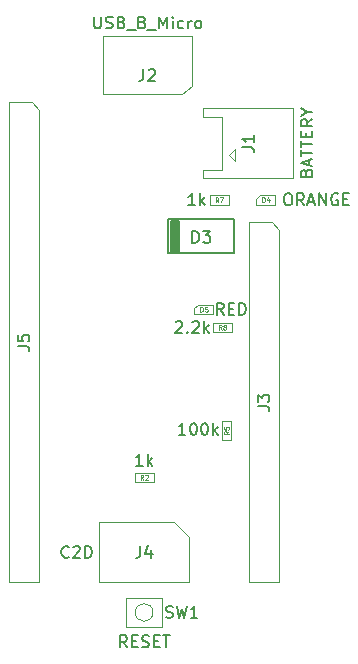
<source format=gbr>
G04 #@! TF.GenerationSoftware,KiCad,Pcbnew,5.0.2+dfsg1-1*
G04 #@! TF.CreationDate,2019-04-15T18:08:30-07:00*
G04 #@! TF.ProjectId,feather51,66656174-6865-4723-9531-2e6b69636164,A*
G04 #@! TF.SameCoordinates,Original*
G04 #@! TF.FileFunction,Other,Fab,Top*
%FSLAX46Y46*%
G04 Gerber Fmt 4.6, Leading zero omitted, Abs format (unit mm)*
G04 Created by KiCad (PCBNEW 5.0.2+dfsg1-1) date Mon 15 Apr 2019 06:08:30 PM PDT*
%MOMM*%
%LPD*%
G01*
G04 APERTURE LIST*
%ADD10C,0.150000*%
%ADD11C,0.100000*%
%ADD12C,0.120000*%
%ADD13C,0.060000*%
G04 APERTURE END LIST*
D10*
G04 #@! TO.C,D3*
G36*
X136906000Y-59563000D02*
X137541000Y-59563000D01*
X137541000Y-62103000D01*
X136906000Y-62103000D01*
X136906000Y-59563000D01*
G37*
X136906000Y-59563000D02*
X137541000Y-59563000D01*
X137541000Y-62103000D01*
X136906000Y-62103000D01*
X136906000Y-59563000D01*
X136646000Y-62308000D02*
X136646000Y-59358000D01*
X142246000Y-62308000D02*
X136646000Y-62308000D01*
X142246000Y-59358000D02*
X142246000Y-62308000D01*
X136646000Y-59358000D02*
X142246000Y-59358000D01*
D11*
G04 #@! TO.C,J1*
X141220000Y-55225000D02*
X139620000Y-55225000D01*
X139620000Y-55225000D02*
X139620000Y-55925000D01*
X139620000Y-55925000D02*
X147220000Y-55925000D01*
X147220000Y-55925000D02*
X147220000Y-50025000D01*
X147220000Y-50025000D02*
X139620000Y-50025000D01*
X139620000Y-50025000D02*
X139620000Y-50725000D01*
X139620000Y-50725000D02*
X141220000Y-50725000D01*
X141220000Y-50725000D02*
X141220000Y-55225000D01*
X141845000Y-53975000D02*
X142345000Y-54475000D01*
X142345000Y-54475000D02*
X142345000Y-53475000D01*
X142345000Y-53475000D02*
X141845000Y-53975000D01*
G04 #@! TO.C,D4*
X145732500Y-57385000D02*
X144432500Y-57385000D01*
X144432500Y-57385000D02*
X144132500Y-57685000D01*
X144132500Y-57685000D02*
X144132500Y-58185000D01*
X144132500Y-58185000D02*
X145732500Y-58185000D01*
X145732500Y-58185000D02*
X145732500Y-57385000D01*
G04 #@! TO.C,D5*
X140474500Y-67456000D02*
X140474500Y-66656000D01*
X138874500Y-67456000D02*
X140474500Y-67456000D01*
X138874500Y-66956000D02*
X138874500Y-67456000D01*
X139174500Y-66656000D02*
X138874500Y-66956000D01*
X140474500Y-66656000D02*
X139174500Y-66656000D01*
D12*
G04 #@! TO.C,J2*
X138649000Y-48109000D02*
X137849000Y-48859000D01*
X131149000Y-43909000D02*
X138649000Y-43909000D01*
X131149000Y-48859000D02*
X131149000Y-43909000D01*
X137849000Y-48859000D02*
X131149000Y-48859000D01*
X138649000Y-43909000D02*
X138649000Y-48109000D01*
D11*
G04 #@! TO.C,J3*
X143510000Y-90170000D02*
X143510000Y-59690000D01*
X146050000Y-90170000D02*
X143510000Y-90170000D01*
X146050000Y-60325000D02*
X146050000Y-90170000D01*
X145415000Y-59690000D02*
X146050000Y-60325000D01*
X143510000Y-59690000D02*
X145415000Y-59690000D01*
G04 #@! TO.C,J4*
X137160000Y-85090000D02*
X138430000Y-86360000D01*
X130810000Y-85090000D02*
X137160000Y-85090000D01*
X130810000Y-90170000D02*
X130810000Y-85090000D01*
X138430000Y-90170000D02*
X130810000Y-90170000D01*
X138430000Y-86360000D02*
X138430000Y-90170000D01*
G04 #@! TO.C,J5*
X123190000Y-90170000D02*
X123190000Y-49530000D01*
X125730000Y-90170000D02*
X123190000Y-90170000D01*
X125730000Y-50165000D02*
X125730000Y-90170000D01*
X125095000Y-49530000D02*
X125730000Y-50165000D01*
X123190000Y-49530000D02*
X125095000Y-49530000D01*
G04 #@! TO.C,R2*
X133820000Y-80880000D02*
X135420000Y-80880000D01*
X133820000Y-81680000D02*
X133820000Y-80880000D01*
X135420000Y-81680000D02*
X133820000Y-81680000D01*
X135420000Y-80880000D02*
X135420000Y-81680000D01*
G04 #@! TO.C,R5*
X141205000Y-78117500D02*
X141205000Y-76517500D01*
X142005000Y-78117500D02*
X141205000Y-78117500D01*
X142005000Y-76517500D02*
X142005000Y-78117500D01*
X141205000Y-76517500D02*
X142005000Y-76517500D01*
G04 #@! TO.C,R7*
X141770000Y-57385000D02*
X141770000Y-58185000D01*
X141770000Y-58185000D02*
X140170000Y-58185000D01*
X140170000Y-58185000D02*
X140170000Y-57385000D01*
X140170000Y-57385000D02*
X141770000Y-57385000D01*
G04 #@! TO.C,R8*
X140449500Y-68180000D02*
X142049500Y-68180000D01*
X140449500Y-68980000D02*
X140449500Y-68180000D01*
X142049500Y-68980000D02*
X140449500Y-68980000D01*
X142049500Y-68180000D02*
X142049500Y-68980000D01*
G04 #@! TO.C,SW1*
X133120000Y-91460000D02*
X136120000Y-91460000D01*
X136120000Y-91460000D02*
X136120000Y-93960000D01*
X136120000Y-93960000D02*
X133120000Y-93960000D01*
X133120000Y-93960000D02*
X133120000Y-91460000D01*
X135370000Y-92710000D02*
G75*
G03X135370000Y-92710000I-750000J0D01*
G01*
G04 #@! TD*
G04 #@! TO.C,D3*
D10*
X138707904Y-61412380D02*
X138707904Y-60412380D01*
X138946000Y-60412380D01*
X139088857Y-60460000D01*
X139184095Y-60555238D01*
X139231714Y-60650476D01*
X139279333Y-60840952D01*
X139279333Y-60983809D01*
X139231714Y-61174285D01*
X139184095Y-61269523D01*
X139088857Y-61364761D01*
X138946000Y-61412380D01*
X138707904Y-61412380D01*
X139612666Y-60412380D02*
X140231714Y-60412380D01*
X139898380Y-60793333D01*
X140041238Y-60793333D01*
X140136476Y-60840952D01*
X140184095Y-60888571D01*
X140231714Y-60983809D01*
X140231714Y-61221904D01*
X140184095Y-61317142D01*
X140136476Y-61364761D01*
X140041238Y-61412380D01*
X139755523Y-61412380D01*
X139660285Y-61364761D01*
X139612666Y-61317142D01*
G04 #@! TO.C,J1*
X148348571Y-55475000D02*
X148396190Y-55332142D01*
X148443809Y-55284523D01*
X148539047Y-55236904D01*
X148681904Y-55236904D01*
X148777142Y-55284523D01*
X148824761Y-55332142D01*
X148872380Y-55427380D01*
X148872380Y-55808333D01*
X147872380Y-55808333D01*
X147872380Y-55475000D01*
X147920000Y-55379761D01*
X147967619Y-55332142D01*
X148062857Y-55284523D01*
X148158095Y-55284523D01*
X148253333Y-55332142D01*
X148300952Y-55379761D01*
X148348571Y-55475000D01*
X148348571Y-55808333D01*
X148586666Y-54855952D02*
X148586666Y-54379761D01*
X148872380Y-54951190D02*
X147872380Y-54617857D01*
X148872380Y-54284523D01*
X147872380Y-54094047D02*
X147872380Y-53522619D01*
X148872380Y-53808333D02*
X147872380Y-53808333D01*
X147872380Y-53332142D02*
X147872380Y-52760714D01*
X148872380Y-53046428D02*
X147872380Y-53046428D01*
X148348571Y-52427380D02*
X148348571Y-52094047D01*
X148872380Y-51951190D02*
X148872380Y-52427380D01*
X147872380Y-52427380D01*
X147872380Y-51951190D01*
X148872380Y-50951190D02*
X148396190Y-51284523D01*
X148872380Y-51522619D02*
X147872380Y-51522619D01*
X147872380Y-51141666D01*
X147920000Y-51046428D01*
X147967619Y-50998809D01*
X148062857Y-50951190D01*
X148205714Y-50951190D01*
X148300952Y-50998809D01*
X148348571Y-51046428D01*
X148396190Y-51141666D01*
X148396190Y-51522619D01*
X148396190Y-50332142D02*
X148872380Y-50332142D01*
X147872380Y-50665476D02*
X148396190Y-50332142D01*
X147872380Y-49998809D01*
X142922380Y-53308333D02*
X143636666Y-53308333D01*
X143779523Y-53355952D01*
X143874761Y-53451190D01*
X143922380Y-53594047D01*
X143922380Y-53689285D01*
X143922380Y-52308333D02*
X143922380Y-52879761D01*
X143922380Y-52594047D02*
X142922380Y-52594047D01*
X143065238Y-52689285D01*
X143160476Y-52784523D01*
X143208095Y-52879761D01*
G04 #@! TO.C,D4*
X146725000Y-57237380D02*
X146915476Y-57237380D01*
X147010714Y-57285000D01*
X147105952Y-57380238D01*
X147153571Y-57570714D01*
X147153571Y-57904047D01*
X147105952Y-58094523D01*
X147010714Y-58189761D01*
X146915476Y-58237380D01*
X146725000Y-58237380D01*
X146629761Y-58189761D01*
X146534523Y-58094523D01*
X146486904Y-57904047D01*
X146486904Y-57570714D01*
X146534523Y-57380238D01*
X146629761Y-57285000D01*
X146725000Y-57237380D01*
X148153571Y-58237380D02*
X147820238Y-57761190D01*
X147582142Y-58237380D02*
X147582142Y-57237380D01*
X147963095Y-57237380D01*
X148058333Y-57285000D01*
X148105952Y-57332619D01*
X148153571Y-57427857D01*
X148153571Y-57570714D01*
X148105952Y-57665952D01*
X148058333Y-57713571D01*
X147963095Y-57761190D01*
X147582142Y-57761190D01*
X148534523Y-57951666D02*
X149010714Y-57951666D01*
X148439285Y-58237380D02*
X148772619Y-57237380D01*
X149105952Y-58237380D01*
X149439285Y-58237380D02*
X149439285Y-57237380D01*
X150010714Y-58237380D01*
X150010714Y-57237380D01*
X151010714Y-57285000D02*
X150915476Y-57237380D01*
X150772619Y-57237380D01*
X150629761Y-57285000D01*
X150534523Y-57380238D01*
X150486904Y-57475476D01*
X150439285Y-57665952D01*
X150439285Y-57808809D01*
X150486904Y-57999285D01*
X150534523Y-58094523D01*
X150629761Y-58189761D01*
X150772619Y-58237380D01*
X150867857Y-58237380D01*
X151010714Y-58189761D01*
X151058333Y-58142142D01*
X151058333Y-57808809D01*
X150867857Y-57808809D01*
X151486904Y-57713571D02*
X151820238Y-57713571D01*
X151963095Y-58237380D02*
X151486904Y-58237380D01*
X151486904Y-57237380D01*
X151963095Y-57237380D01*
D13*
X144637261Y-57965952D02*
X144637261Y-57565952D01*
X144732500Y-57565952D01*
X144789642Y-57585000D01*
X144827738Y-57623095D01*
X144846785Y-57661190D01*
X144865833Y-57737380D01*
X144865833Y-57794523D01*
X144846785Y-57870714D01*
X144827738Y-57908809D01*
X144789642Y-57946904D01*
X144732500Y-57965952D01*
X144637261Y-57965952D01*
X145208690Y-57699285D02*
X145208690Y-57965952D01*
X145113452Y-57546904D02*
X145018214Y-57832619D01*
X145265833Y-57832619D01*
G04 #@! TO.C,D5*
D10*
X141343142Y-67508380D02*
X141009809Y-67032190D01*
X140771714Y-67508380D02*
X140771714Y-66508380D01*
X141152666Y-66508380D01*
X141247904Y-66556000D01*
X141295523Y-66603619D01*
X141343142Y-66698857D01*
X141343142Y-66841714D01*
X141295523Y-66936952D01*
X141247904Y-66984571D01*
X141152666Y-67032190D01*
X140771714Y-67032190D01*
X141771714Y-66984571D02*
X142105047Y-66984571D01*
X142247904Y-67508380D02*
X141771714Y-67508380D01*
X141771714Y-66508380D01*
X142247904Y-66508380D01*
X142676476Y-67508380D02*
X142676476Y-66508380D01*
X142914571Y-66508380D01*
X143057428Y-66556000D01*
X143152666Y-66651238D01*
X143200285Y-66746476D01*
X143247904Y-66936952D01*
X143247904Y-67079809D01*
X143200285Y-67270285D01*
X143152666Y-67365523D01*
X143057428Y-67460761D01*
X142914571Y-67508380D01*
X142676476Y-67508380D01*
D13*
X139379261Y-67236952D02*
X139379261Y-66836952D01*
X139474500Y-66836952D01*
X139531642Y-66856000D01*
X139569738Y-66894095D01*
X139588785Y-66932190D01*
X139607833Y-67008380D01*
X139607833Y-67065523D01*
X139588785Y-67141714D01*
X139569738Y-67179809D01*
X139531642Y-67217904D01*
X139474500Y-67236952D01*
X139379261Y-67236952D01*
X139969738Y-66836952D02*
X139779261Y-66836952D01*
X139760214Y-67027428D01*
X139779261Y-67008380D01*
X139817357Y-66989333D01*
X139912595Y-66989333D01*
X139950690Y-67008380D01*
X139969738Y-67027428D01*
X139988785Y-67065523D01*
X139988785Y-67160761D01*
X139969738Y-67198857D01*
X139950690Y-67217904D01*
X139912595Y-67236952D01*
X139817357Y-67236952D01*
X139779261Y-67217904D01*
X139760214Y-67198857D01*
G04 #@! TO.C,J2*
D10*
X130375190Y-42261380D02*
X130375190Y-43070904D01*
X130422809Y-43166142D01*
X130470428Y-43213761D01*
X130565666Y-43261380D01*
X130756142Y-43261380D01*
X130851380Y-43213761D01*
X130899000Y-43166142D01*
X130946619Y-43070904D01*
X130946619Y-42261380D01*
X131375190Y-43213761D02*
X131518047Y-43261380D01*
X131756142Y-43261380D01*
X131851380Y-43213761D01*
X131899000Y-43166142D01*
X131946619Y-43070904D01*
X131946619Y-42975666D01*
X131899000Y-42880428D01*
X131851380Y-42832809D01*
X131756142Y-42785190D01*
X131565666Y-42737571D01*
X131470428Y-42689952D01*
X131422809Y-42642333D01*
X131375190Y-42547095D01*
X131375190Y-42451857D01*
X131422809Y-42356619D01*
X131470428Y-42309000D01*
X131565666Y-42261380D01*
X131803761Y-42261380D01*
X131946619Y-42309000D01*
X132708523Y-42737571D02*
X132851380Y-42785190D01*
X132899000Y-42832809D01*
X132946619Y-42928047D01*
X132946619Y-43070904D01*
X132899000Y-43166142D01*
X132851380Y-43213761D01*
X132756142Y-43261380D01*
X132375190Y-43261380D01*
X132375190Y-42261380D01*
X132708523Y-42261380D01*
X132803761Y-42309000D01*
X132851380Y-42356619D01*
X132899000Y-42451857D01*
X132899000Y-42547095D01*
X132851380Y-42642333D01*
X132803761Y-42689952D01*
X132708523Y-42737571D01*
X132375190Y-42737571D01*
X133137095Y-43356619D02*
X133899000Y-43356619D01*
X134470428Y-42737571D02*
X134613285Y-42785190D01*
X134660904Y-42832809D01*
X134708523Y-42928047D01*
X134708523Y-43070904D01*
X134660904Y-43166142D01*
X134613285Y-43213761D01*
X134518047Y-43261380D01*
X134137095Y-43261380D01*
X134137095Y-42261380D01*
X134470428Y-42261380D01*
X134565666Y-42309000D01*
X134613285Y-42356619D01*
X134660904Y-42451857D01*
X134660904Y-42547095D01*
X134613285Y-42642333D01*
X134565666Y-42689952D01*
X134470428Y-42737571D01*
X134137095Y-42737571D01*
X134899000Y-43356619D02*
X135660904Y-43356619D01*
X135899000Y-43261380D02*
X135899000Y-42261380D01*
X136232333Y-42975666D01*
X136565666Y-42261380D01*
X136565666Y-43261380D01*
X137041857Y-43261380D02*
X137041857Y-42594714D01*
X137041857Y-42261380D02*
X136994238Y-42309000D01*
X137041857Y-42356619D01*
X137089476Y-42309000D01*
X137041857Y-42261380D01*
X137041857Y-42356619D01*
X137946619Y-43213761D02*
X137851380Y-43261380D01*
X137660904Y-43261380D01*
X137565666Y-43213761D01*
X137518047Y-43166142D01*
X137470428Y-43070904D01*
X137470428Y-42785190D01*
X137518047Y-42689952D01*
X137565666Y-42642333D01*
X137660904Y-42594714D01*
X137851380Y-42594714D01*
X137946619Y-42642333D01*
X138375190Y-43261380D02*
X138375190Y-42594714D01*
X138375190Y-42785190D02*
X138422809Y-42689952D01*
X138470428Y-42642333D01*
X138565666Y-42594714D01*
X138660904Y-42594714D01*
X139137095Y-43261380D02*
X139041857Y-43213761D01*
X138994238Y-43166142D01*
X138946619Y-43070904D01*
X138946619Y-42785190D01*
X138994238Y-42689952D01*
X139041857Y-42642333D01*
X139137095Y-42594714D01*
X139279952Y-42594714D01*
X139375190Y-42642333D01*
X139422809Y-42689952D01*
X139470428Y-42785190D01*
X139470428Y-43070904D01*
X139422809Y-43166142D01*
X139375190Y-43213761D01*
X139279952Y-43261380D01*
X139137095Y-43261380D01*
X134565666Y-46711380D02*
X134565666Y-47425666D01*
X134518047Y-47568523D01*
X134422809Y-47663761D01*
X134279952Y-47711380D01*
X134184714Y-47711380D01*
X134994238Y-46806619D02*
X135041857Y-46759000D01*
X135137095Y-46711380D01*
X135375190Y-46711380D01*
X135470428Y-46759000D01*
X135518047Y-46806619D01*
X135565666Y-46901857D01*
X135565666Y-46997095D01*
X135518047Y-47139952D01*
X134946619Y-47711380D01*
X135565666Y-47711380D01*
G04 #@! TO.C,J3*
X144232380Y-75263333D02*
X144946666Y-75263333D01*
X145089523Y-75310952D01*
X145184761Y-75406190D01*
X145232380Y-75549047D01*
X145232380Y-75644285D01*
X144232380Y-74882380D02*
X144232380Y-74263333D01*
X144613333Y-74596666D01*
X144613333Y-74453809D01*
X144660952Y-74358571D01*
X144708571Y-74310952D01*
X144803809Y-74263333D01*
X145041904Y-74263333D01*
X145137142Y-74310952D01*
X145184761Y-74358571D01*
X145232380Y-74453809D01*
X145232380Y-74739523D01*
X145184761Y-74834761D01*
X145137142Y-74882380D01*
G04 #@! TO.C,J4*
X128238333Y-87987142D02*
X128190714Y-88034761D01*
X128047857Y-88082380D01*
X127952619Y-88082380D01*
X127809761Y-88034761D01*
X127714523Y-87939523D01*
X127666904Y-87844285D01*
X127619285Y-87653809D01*
X127619285Y-87510952D01*
X127666904Y-87320476D01*
X127714523Y-87225238D01*
X127809761Y-87130000D01*
X127952619Y-87082380D01*
X128047857Y-87082380D01*
X128190714Y-87130000D01*
X128238333Y-87177619D01*
X128619285Y-87177619D02*
X128666904Y-87130000D01*
X128762142Y-87082380D01*
X129000238Y-87082380D01*
X129095476Y-87130000D01*
X129143095Y-87177619D01*
X129190714Y-87272857D01*
X129190714Y-87368095D01*
X129143095Y-87510952D01*
X128571666Y-88082380D01*
X129190714Y-88082380D01*
X129619285Y-88082380D02*
X129619285Y-87082380D01*
X129857380Y-87082380D01*
X130000238Y-87130000D01*
X130095476Y-87225238D01*
X130143095Y-87320476D01*
X130190714Y-87510952D01*
X130190714Y-87653809D01*
X130143095Y-87844285D01*
X130095476Y-87939523D01*
X130000238Y-88034761D01*
X129857380Y-88082380D01*
X129619285Y-88082380D01*
X134286666Y-87082380D02*
X134286666Y-87796666D01*
X134239047Y-87939523D01*
X134143809Y-88034761D01*
X134000952Y-88082380D01*
X133905714Y-88082380D01*
X135191428Y-87415714D02*
X135191428Y-88082380D01*
X134953333Y-87034761D02*
X134715238Y-87749047D01*
X135334285Y-87749047D01*
G04 #@! TO.C,J5*
X123912380Y-70183333D02*
X124626666Y-70183333D01*
X124769523Y-70230952D01*
X124864761Y-70326190D01*
X124912380Y-70469047D01*
X124912380Y-70564285D01*
X123912380Y-69230952D02*
X123912380Y-69707142D01*
X124388571Y-69754761D01*
X124340952Y-69707142D01*
X124293333Y-69611904D01*
X124293333Y-69373809D01*
X124340952Y-69278571D01*
X124388571Y-69230952D01*
X124483809Y-69183333D01*
X124721904Y-69183333D01*
X124817142Y-69230952D01*
X124864761Y-69278571D01*
X124912380Y-69373809D01*
X124912380Y-69611904D01*
X124864761Y-69707142D01*
X124817142Y-69754761D01*
G04 #@! TO.C,R2*
X134500952Y-80302380D02*
X133929523Y-80302380D01*
X134215238Y-80302380D02*
X134215238Y-79302380D01*
X134120000Y-79445238D01*
X134024761Y-79540476D01*
X133929523Y-79588095D01*
X134929523Y-80302380D02*
X134929523Y-79302380D01*
X135024761Y-79921428D02*
X135310476Y-80302380D01*
X135310476Y-79635714D02*
X134929523Y-80016666D01*
D13*
X134553333Y-81460952D02*
X134420000Y-81270476D01*
X134324761Y-81460952D02*
X134324761Y-81060952D01*
X134477142Y-81060952D01*
X134515238Y-81080000D01*
X134534285Y-81099047D01*
X134553333Y-81137142D01*
X134553333Y-81194285D01*
X134534285Y-81232380D01*
X134515238Y-81251428D01*
X134477142Y-81270476D01*
X134324761Y-81270476D01*
X134705714Y-81099047D02*
X134724761Y-81080000D01*
X134762857Y-81060952D01*
X134858095Y-81060952D01*
X134896190Y-81080000D01*
X134915238Y-81099047D01*
X134934285Y-81137142D01*
X134934285Y-81175238D01*
X134915238Y-81232380D01*
X134686666Y-81460952D01*
X134934285Y-81460952D01*
G04 #@! TO.C,R5*
D10*
X138120571Y-77668380D02*
X137549142Y-77668380D01*
X137834857Y-77668380D02*
X137834857Y-76668380D01*
X137739619Y-76811238D01*
X137644380Y-76906476D01*
X137549142Y-76954095D01*
X138739619Y-76668380D02*
X138834857Y-76668380D01*
X138930095Y-76716000D01*
X138977714Y-76763619D01*
X139025333Y-76858857D01*
X139072952Y-77049333D01*
X139072952Y-77287428D01*
X139025333Y-77477904D01*
X138977714Y-77573142D01*
X138930095Y-77620761D01*
X138834857Y-77668380D01*
X138739619Y-77668380D01*
X138644380Y-77620761D01*
X138596761Y-77573142D01*
X138549142Y-77477904D01*
X138501523Y-77287428D01*
X138501523Y-77049333D01*
X138549142Y-76858857D01*
X138596761Y-76763619D01*
X138644380Y-76716000D01*
X138739619Y-76668380D01*
X139692000Y-76668380D02*
X139787238Y-76668380D01*
X139882476Y-76716000D01*
X139930095Y-76763619D01*
X139977714Y-76858857D01*
X140025333Y-77049333D01*
X140025333Y-77287428D01*
X139977714Y-77477904D01*
X139930095Y-77573142D01*
X139882476Y-77620761D01*
X139787238Y-77668380D01*
X139692000Y-77668380D01*
X139596761Y-77620761D01*
X139549142Y-77573142D01*
X139501523Y-77477904D01*
X139453904Y-77287428D01*
X139453904Y-77049333D01*
X139501523Y-76858857D01*
X139549142Y-76763619D01*
X139596761Y-76716000D01*
X139692000Y-76668380D01*
X140453904Y-77668380D02*
X140453904Y-76668380D01*
X140549142Y-77287428D02*
X140834857Y-77668380D01*
X140834857Y-77001714D02*
X140453904Y-77382666D01*
D13*
X141785952Y-77384166D02*
X141595476Y-77517500D01*
X141785952Y-77612738D02*
X141385952Y-77612738D01*
X141385952Y-77460357D01*
X141405000Y-77422261D01*
X141424047Y-77403214D01*
X141462142Y-77384166D01*
X141519285Y-77384166D01*
X141557380Y-77403214D01*
X141576428Y-77422261D01*
X141595476Y-77460357D01*
X141595476Y-77612738D01*
X141385952Y-77022261D02*
X141385952Y-77212738D01*
X141576428Y-77231785D01*
X141557380Y-77212738D01*
X141538333Y-77174642D01*
X141538333Y-77079404D01*
X141557380Y-77041309D01*
X141576428Y-77022261D01*
X141614523Y-77003214D01*
X141709761Y-77003214D01*
X141747857Y-77022261D01*
X141766904Y-77041309D01*
X141785952Y-77079404D01*
X141785952Y-77174642D01*
X141766904Y-77212738D01*
X141747857Y-77231785D01*
G04 #@! TO.C,R7*
D10*
X138945952Y-58237380D02*
X138374523Y-58237380D01*
X138660238Y-58237380D02*
X138660238Y-57237380D01*
X138565000Y-57380238D01*
X138469761Y-57475476D01*
X138374523Y-57523095D01*
X139374523Y-58237380D02*
X139374523Y-57237380D01*
X139469761Y-57856428D02*
X139755476Y-58237380D01*
X139755476Y-57570714D02*
X139374523Y-57951666D01*
D13*
X140903333Y-57965952D02*
X140770000Y-57775476D01*
X140674761Y-57965952D02*
X140674761Y-57565952D01*
X140827142Y-57565952D01*
X140865238Y-57585000D01*
X140884285Y-57604047D01*
X140903333Y-57642142D01*
X140903333Y-57699285D01*
X140884285Y-57737380D01*
X140865238Y-57756428D01*
X140827142Y-57775476D01*
X140674761Y-57775476D01*
X141036666Y-57565952D02*
X141303333Y-57565952D01*
X141131904Y-57965952D01*
G04 #@! TO.C,R8*
D10*
X137279238Y-68127619D02*
X137326857Y-68080000D01*
X137422095Y-68032380D01*
X137660190Y-68032380D01*
X137755428Y-68080000D01*
X137803047Y-68127619D01*
X137850666Y-68222857D01*
X137850666Y-68318095D01*
X137803047Y-68460952D01*
X137231619Y-69032380D01*
X137850666Y-69032380D01*
X138279238Y-68937142D02*
X138326857Y-68984761D01*
X138279238Y-69032380D01*
X138231619Y-68984761D01*
X138279238Y-68937142D01*
X138279238Y-69032380D01*
X138707809Y-68127619D02*
X138755428Y-68080000D01*
X138850666Y-68032380D01*
X139088761Y-68032380D01*
X139184000Y-68080000D01*
X139231619Y-68127619D01*
X139279238Y-68222857D01*
X139279238Y-68318095D01*
X139231619Y-68460952D01*
X138660190Y-69032380D01*
X139279238Y-69032380D01*
X139707809Y-69032380D02*
X139707809Y-68032380D01*
X139803047Y-68651428D02*
X140088761Y-69032380D01*
X140088761Y-68365714D02*
X139707809Y-68746666D01*
D13*
X141182833Y-68760952D02*
X141049500Y-68570476D01*
X140954261Y-68760952D02*
X140954261Y-68360952D01*
X141106642Y-68360952D01*
X141144738Y-68380000D01*
X141163785Y-68399047D01*
X141182833Y-68437142D01*
X141182833Y-68494285D01*
X141163785Y-68532380D01*
X141144738Y-68551428D01*
X141106642Y-68570476D01*
X140954261Y-68570476D01*
X141411404Y-68532380D02*
X141373309Y-68513333D01*
X141354261Y-68494285D01*
X141335214Y-68456190D01*
X141335214Y-68437142D01*
X141354261Y-68399047D01*
X141373309Y-68380000D01*
X141411404Y-68360952D01*
X141487595Y-68360952D01*
X141525690Y-68380000D01*
X141544738Y-68399047D01*
X141563785Y-68437142D01*
X141563785Y-68456190D01*
X141544738Y-68494285D01*
X141525690Y-68513333D01*
X141487595Y-68532380D01*
X141411404Y-68532380D01*
X141373309Y-68551428D01*
X141354261Y-68570476D01*
X141335214Y-68608571D01*
X141335214Y-68684761D01*
X141354261Y-68722857D01*
X141373309Y-68741904D01*
X141411404Y-68760952D01*
X141487595Y-68760952D01*
X141525690Y-68741904D01*
X141544738Y-68722857D01*
X141563785Y-68684761D01*
X141563785Y-68608571D01*
X141544738Y-68570476D01*
X141525690Y-68551428D01*
X141487595Y-68532380D01*
G04 #@! TO.C,SW1*
D10*
X133167619Y-95662380D02*
X132834285Y-95186190D01*
X132596190Y-95662380D02*
X132596190Y-94662380D01*
X132977142Y-94662380D01*
X133072380Y-94710000D01*
X133120000Y-94757619D01*
X133167619Y-94852857D01*
X133167619Y-94995714D01*
X133120000Y-95090952D01*
X133072380Y-95138571D01*
X132977142Y-95186190D01*
X132596190Y-95186190D01*
X133596190Y-95138571D02*
X133929523Y-95138571D01*
X134072380Y-95662380D02*
X133596190Y-95662380D01*
X133596190Y-94662380D01*
X134072380Y-94662380D01*
X134453333Y-95614761D02*
X134596190Y-95662380D01*
X134834285Y-95662380D01*
X134929523Y-95614761D01*
X134977142Y-95567142D01*
X135024761Y-95471904D01*
X135024761Y-95376666D01*
X134977142Y-95281428D01*
X134929523Y-95233809D01*
X134834285Y-95186190D01*
X134643809Y-95138571D01*
X134548571Y-95090952D01*
X134500952Y-95043333D01*
X134453333Y-94948095D01*
X134453333Y-94852857D01*
X134500952Y-94757619D01*
X134548571Y-94710000D01*
X134643809Y-94662380D01*
X134881904Y-94662380D01*
X135024761Y-94710000D01*
X135453333Y-95138571D02*
X135786666Y-95138571D01*
X135929523Y-95662380D02*
X135453333Y-95662380D01*
X135453333Y-94662380D01*
X135929523Y-94662380D01*
X136215238Y-94662380D02*
X136786666Y-94662380D01*
X136500952Y-95662380D02*
X136500952Y-94662380D01*
X136461666Y-93114761D02*
X136604523Y-93162380D01*
X136842619Y-93162380D01*
X136937857Y-93114761D01*
X136985476Y-93067142D01*
X137033095Y-92971904D01*
X137033095Y-92876666D01*
X136985476Y-92781428D01*
X136937857Y-92733809D01*
X136842619Y-92686190D01*
X136652142Y-92638571D01*
X136556904Y-92590952D01*
X136509285Y-92543333D01*
X136461666Y-92448095D01*
X136461666Y-92352857D01*
X136509285Y-92257619D01*
X136556904Y-92210000D01*
X136652142Y-92162380D01*
X136890238Y-92162380D01*
X137033095Y-92210000D01*
X137366428Y-92162380D02*
X137604523Y-93162380D01*
X137795000Y-92448095D01*
X137985476Y-93162380D01*
X138223571Y-92162380D01*
X139128333Y-93162380D02*
X138556904Y-93162380D01*
X138842619Y-93162380D02*
X138842619Y-92162380D01*
X138747380Y-92305238D01*
X138652142Y-92400476D01*
X138556904Y-92448095D01*
G04 #@! TD*
M02*

</source>
